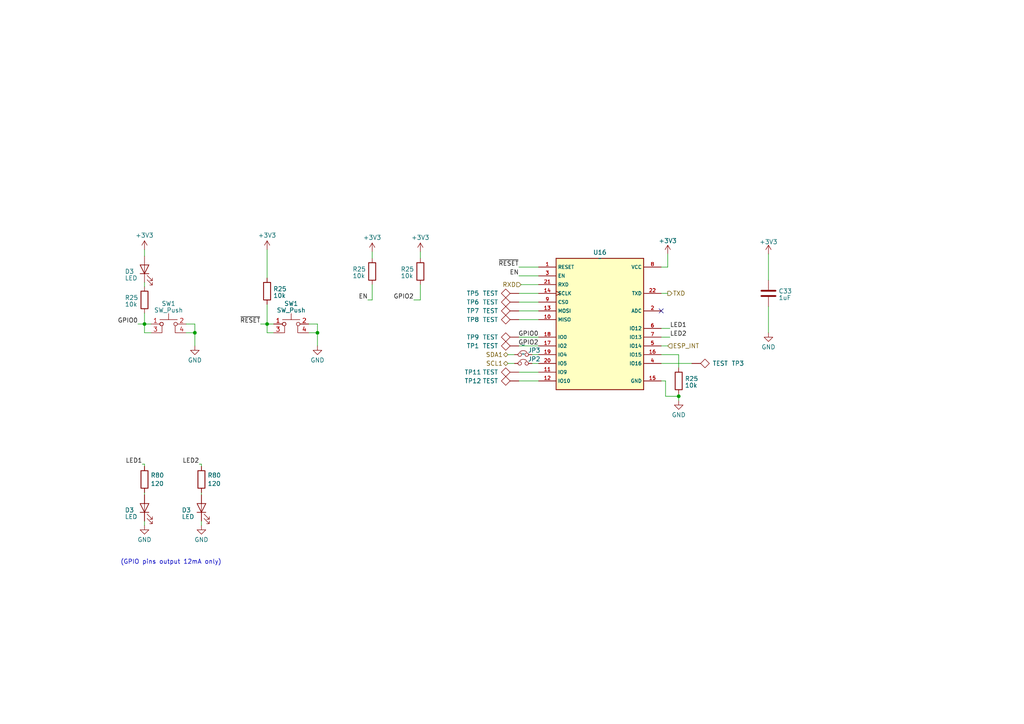
<source format=kicad_sch>
(kicad_sch (version 20230121) (generator eeschema)
  (paper "A4")
  (lib_symbols
    (symbol "0.power-symbols:+3.3V" (power) (pin_names (offset 0))
      (property "Value" "+3.3V" (at 0 3.556 0))
      (symbol "+3.3V_0_1"
        (polyline (pts (xy -0.762 1.27) (xy 0 2.54)))
        (polyline (pts (xy 0 0) (xy 0 2.54)))
        (polyline (pts (xy 0 2.54) (xy 0.762 1.27)))
      )
      (symbol "+3.3V_1_1"
        (pin power_in line (at 0 0 90) (length 0) hide (name "+3V3") (number "1"))
      )
    )
    (symbol "0.power-symbols:GND" (power) (pin_names (offset 0))
      (property "Value" "GND" (at 0 -3.81 0))
      (symbol "GND_0_1"
        (polyline (pts (xy 0 0) (xy 0 -1.27) (xy 1.27 -1.27) (xy 0 -2.54) (xy -1.27 -1.27) (xy 0 -1.27)))
      )
      (symbol "GND_1_1"
        (pin power_in line (at 0 0 270) (length 0) hide (name "GND") (number "1"))
      )
    )
    (symbol "1.semi.embedded:ESP8266"
      (property "Reference" "U" (at 0 0 0))
      (symbol "ESP8266_0_0"
        (rectangle (start -12.7 -38.1) (end 12.7 0) (stroke (width 0.254)) (fill (type background)))
        (pin input line (at -17.78 -2.54 0) (length 5.08) (name "RESET") (number "1"))
        (pin bidirectional line (at -17.78 -17.78 0) (length 5.08) (name "MISO") (number "10"))
        (pin bidirectional line (at -17.78 -33.02 0) (length 5.08) (name "IO9") (number "11"))
        (pin bidirectional line (at -17.78 -35.56 0) (length 5.08) (name "IO10") (number "12"))
        (pin bidirectional line (at -17.78 -15.24 0) (length 5.08) (name "MOSI") (number "13"))
        (pin input clock (at -17.78 -10.16 0) (length 5.08) (name "SCLK") (number "14"))
        (pin power_in line (at 17.78 -35.56 180) (length 5.08) (name "GND") (number "15"))
        (pin bidirectional line (at 17.78 -27.94 180) (length 5.08) (name "IO15") (number "16"))
        (pin bidirectional line (at -17.78 -25.4 0) (length 5.08) (name "IO2") (number "17"))
        (pin bidirectional line (at -17.78 -22.86 0) (length 5.08) (name "IO0") (number "18"))
        (pin bidirectional line (at -17.78 -27.94 0) (length 5.08) (name "IO4") (number "19"))
        (pin passive line (at 17.78 -15.24 180) (length 5.08) (name "ADC") (number "2"))
        (pin bidirectional line (at -17.78 -30.48 0) (length 5.08) (name "IO5") (number "20"))
        (pin input line (at -17.78 -7.62 0) (length 5.08) (name "RXD") (number "21"))
        (pin output line (at 17.78 -10.16 180) (length 5.08) (name "TXD") (number "22"))
        (pin input line (at -17.78 -5.08 0) (length 5.08) (name "EN") (number "3"))
        (pin bidirectional line (at 17.78 -30.48 180) (length 5.08) (name "IO16") (number "4"))
        (pin bidirectional line (at 17.78 -25.4 180) (length 5.08) (name "IO14") (number "5"))
        (pin bidirectional line (at 17.78 -20.32 180) (length 5.08) (name "IO12") (number "6"))
        (pin bidirectional line (at 17.78 -22.86 180) (length 5.08) (name "IO13") (number "7"))
        (pin power_in line (at 17.78 -2.54 180) (length 5.08) (name "VCC") (number "8"))
        (pin input line (at -17.78 -12.7 0) (length 5.08) (name "CS0") (number "9"))
      )
    )
    (symbol "1.semi.opto:LED" (pin_numbers hide) (pin_names (offset 1.016) hide)
      (property "Reference" "D" (at 0 2.54 0))
      (property "Value" "LED" (at 0 -2.54 0))
      (symbol "LED_0_1"
        (polyline (pts (xy -1.27 -1.27) (xy -1.27 1.27)) (stroke (width 0.2032)))
        (polyline (pts (xy -1.27 0) (xy 1.27 0)))
        (polyline (pts (xy 1.27 -1.27) (xy 1.27 1.27) (xy -1.27 0) (xy 1.27 -1.27)) (stroke (width 0.2032)))
        (polyline (pts (xy -3.048 -0.762) (xy -4.572 -2.286) (xy -3.81 -2.286) (xy -4.572 -2.286) (xy -4.572 -1.524)))
        (polyline (pts (xy -1.778 -0.762) (xy -3.302 -2.286) (xy -2.54 -2.286) (xy -3.302 -2.286) (xy -3.302 -1.524)))
      )
      (symbol "LED_1_1"
        (pin passive line (at -3.81 0 0) (length 2.54) (name "K") (number "1"))
        (pin passive line (at 3.81 0 180) (length 2.54) (name "A") (number "2"))
      )
    )
    (symbol "2.passive:C" (pin_numbers hide) (pin_names (offset 0.254))
      (property "Reference" "C" (at 0.635 2.54 0))
      (property "Value" "C" (at 0.635 -2.54 0))
      (symbol "C_0_1"
        (polyline (pts (xy -2.032 -0.762) (xy 2.032 -0.762)) (stroke (width 0.508)))
        (polyline (pts (xy -2.032 0.762) (xy 2.032 0.762)) (stroke (width 0.508)))
      )
      (symbol "C_1_1"
        (pin passive line (at 0 3.81 270) (length 2.794) (name "~") (number "1"))
        (pin passive line (at 0 -3.81 90) (length 2.794) (name "~") (number "2"))
      )
    )
    (symbol "2.passive:Jumper_NC_Small" (pin_numbers hide) (pin_names (offset 0.762) hide)
      (property "Reference" "JP" (at 0 2.032 0))
      (property "Value" "Jumper_NC_Small" (at 0.254 -1.524 0))
      (symbol "Jumper_NC_Small_0_1"
        (circle (center -1.016 0) (radius 0.508))
        (circle (center 1.016 0) (radius 0.508))
        (arc (start 1.016 0.762) (mid 0 1.1828) (end -1.016 0.762))
        (pin passive line (at -2.54 0 0) (length 1.016) (name "1") (number "1"))
        (pin passive line (at 2.54 0 180) (length 1.016) (name "2") (number "2"))
      )
    )
    (symbol "2.passive:R" (pin_numbers hide) (pin_names (offset 0))
      (property "Reference" "R" (at 2.032 0 90))
      (property "Value" "R" (at 0 0 90))
      (symbol "R_0_1"
        (rectangle (start -1.016 -2.54) (end 1.016 2.54) (stroke (width 0.254)))
      )
      (symbol "R_1_1"
        (pin passive line (at 0 3.81 270) (length 1.27) (name "~") (number "1"))
        (pin passive line (at 0 -3.81 90) (length 1.27) (name "~") (number "2"))
      )
    )
    (symbol "3.electromechanical.switch:SW_Push" (pin_names (offset 1.016) hide)
      (property "Reference" "SW" (at 1.27 2.54 0))
      (property "Value" "SW_Push" (at 0 -3.81 0))
      (symbol "SW_Push_0_1"
        (circle (center -2.032 0) (radius 0.508))
        (circle (center -2.032 0) (radius 0.508))
        (polyline (pts (xy 0 1.27) (xy 0 3.048)))
        (polyline (pts (xy 2.54 1.27) (xy -2.54 1.27)))
        (polyline (pts (xy -2.54 -2.54) (xy -1.905 -2.54) (xy -1.905 -0.635)))
        (polyline (pts (xy 2.54 -2.54) (xy 1.905 -2.54) (xy 1.905 -0.635)))
        (circle (center 2.032 0) (radius 0.508))
        (pin input line (at -5.08 0 0) (length 2.54) (name "1") (number "1"))
        (pin input line (at 5.08 0 180) (length 2.54) (name "2") (number "2"))
      )
      (symbol "SW_Push_1_1"
        (pin passive line (at -5.08 -2.54 0) (length 2.54) (name "3") (number "3"))
        (pin passive line (at 5.08 -2.54 180) (length 2.54) (name "4") (number "4"))
      )
    )
    (symbol "5.connector.interconnect:TEST" (pin_numbers hide) (pin_names (offset 1.016) hide)
      (property "Reference" "TP" (at 0 7.62 0))
      (property "Value" "TEST" (at 0 6.35 0))
      (symbol "TEST_0_1"
        (polyline (pts (xy 0 5.08) (xy -1.27 3.81) (xy 0 2.54) (xy 1.27 3.81) (xy 0 5.08) (xy 0 5.08)))
      )
      (symbol "TEST_1_1"
        (pin passive line (at 0 0 90) (length 2.54) (name "~") (number "1"))
      )
    )
  )
  (junction (at 41.91 93.98))
  (junction (at 77.47 93.98))
  (junction (at 92.075 96.52))
  (junction (at 196.85 114.935))
  (junction (at 56.515 96.52))
  (no_connect (at 191.77 90.17))
  (wire (pts (xy 77.47 96.52) (xy 77.47 93.98)))
  (wire (pts (xy 58.42 151.13) (xy 58.42 152.4)))
  (wire (pts (xy 150.495 97.79) (xy 156.21 97.79)))
  (wire (pts (xy 191.77 105.41) (xy 200.66 105.41)))
  (wire (pts (xy 41.91 93.98) (xy 43.815 93.98)))
  (wire (pts (xy 196.85 106.68) (xy 196.85 102.87)))
  (wire (pts (xy 56.515 93.98) (xy 53.975 93.98)))
  (wire (pts (xy 106.68 86.995) (xy 107.95 86.995)))
  (wire (pts (xy 196.85 116.205) (xy 196.85 114.935)))
  (wire (pts (xy 56.515 96.52) (xy 56.515 100.33)))
  (wire (pts (xy 89.535 96.52) (xy 92.075 96.52)))
  (wire (pts (xy 150.495 80.01) (xy 156.21 80.01)))
  (wire (pts (xy 41.91 96.52) (xy 41.91 93.98)))
  (wire (pts (xy 92.075 96.52) (xy 92.075 100.33)))
  (wire (pts (xy 121.92 82.55) (xy 121.92 86.995)))
  (wire (pts (xy 41.91 151.13) (xy 41.91 152.4)))
  (wire (pts (xy 196.85 114.935) (xy 193.04 114.935)))
  (wire (pts (xy 150.495 87.63) (xy 156.21 87.63)))
  (wire (pts (xy 222.885 88.9) (xy 222.885 96.52)))
  (wire (pts (xy 193.675 73.66) (xy 193.675 77.47)))
  (wire (pts (xy 58.42 135.255) (xy 58.42 134.62)))
  (wire (pts (xy 147.32 105.41) (xy 149.225 105.41)))
  (wire (pts (xy 150.495 110.49) (xy 156.21 110.49)))
  (wire (pts (xy 41.91 142.875) (xy 41.91 143.51)))
  (wire (pts (xy 121.92 73.025) (xy 121.92 74.93)))
  (wire (pts (xy 193.04 114.935) (xy 193.04 110.49)))
  (wire (pts (xy 222.885 73.66) (xy 222.885 81.28)))
  (wire (pts (xy 40.005 93.98) (xy 41.91 93.98)))
  (wire (pts (xy 194.31 97.79) (xy 191.77 97.79)))
  (wire (pts (xy 121.92 86.995) (xy 120.015 86.995)))
  (wire (pts (xy 150.495 92.71) (xy 156.21 92.71)))
  (wire (pts (xy 150.495 100.33) (xy 156.21 100.33)))
  (wire (pts (xy 193.04 110.49) (xy 191.77 110.49)))
  (wire (pts (xy 194.31 95.25) (xy 191.77 95.25)))
  (wire (pts (xy 41.91 81.915) (xy 41.91 83.185)))
  (wire (pts (xy 150.495 90.17) (xy 156.21 90.17)))
  (wire (pts (xy 150.495 85.09) (xy 156.21 85.09)))
  (wire (pts (xy 193.675 100.33) (xy 191.77 100.33)))
  (wire (pts (xy 151.13 82.55) (xy 156.21 82.55)))
  (wire (pts (xy 58.42 134.62) (xy 57.785 134.62)))
  (wire (pts (xy 77.47 72.39) (xy 77.47 80.645)))
  (wire (pts (xy 191.77 102.87) (xy 196.85 102.87)))
  (wire (pts (xy 92.075 93.98) (xy 89.535 93.98)))
  (wire (pts (xy 154.305 102.87) (xy 156.21 102.87)))
  (wire (pts (xy 150.495 77.47) (xy 156.21 77.47)))
  (wire (pts (xy 193.675 85.09) (xy 191.77 85.09)))
  (wire (pts (xy 193.675 77.47) (xy 191.77 77.47)))
  (wire (pts (xy 41.91 90.805) (xy 41.91 93.98)))
  (wire (pts (xy 41.91 134.62) (xy 41.275 134.62)))
  (wire (pts (xy 196.85 114.3) (xy 196.85 114.935)))
  (wire (pts (xy 77.47 96.52) (xy 79.375 96.52)))
  (wire (pts (xy 150.495 107.95) (xy 156.21 107.95)))
  (wire (pts (xy 147.32 102.87) (xy 149.225 102.87)))
  (wire (pts (xy 77.47 88.265) (xy 77.47 93.98)))
  (wire (pts (xy 92.075 96.52) (xy 92.075 93.98)))
  (wire (pts (xy 58.42 142.875) (xy 58.42 143.51)))
  (wire (pts (xy 77.47 93.98) (xy 79.375 93.98)))
  (wire (pts (xy 154.305 105.41) (xy 156.21 105.41)))
  (wire (pts (xy 75.565 93.98) (xy 77.47 93.98)))
  (wire (pts (xy 56.515 96.52) (xy 56.515 93.98)))
  (wire (pts (xy 41.91 72.39) (xy 41.91 74.295)))
  (wire (pts (xy 107.95 73.025) (xy 107.95 74.93)))
  (wire (pts (xy 41.91 135.255) (xy 41.91 134.62)))
  (wire (pts (xy 53.975 96.52) (xy 56.515 96.52)))
  (wire (pts (xy 43.815 96.52) (xy 41.91 96.52)))
  (wire (pts (xy 107.95 82.55) (xy 107.95 86.995)))
  (text "(GPIO pins output 12mA only)\n" (at 34.925 163.83 0) (effects (font (size 1.27 1.27)) (justify left bottom)))
  (label "LED2" (at 57.785 134.62 180))
  (label "LED1" (at 41.275 134.62 180))
  (label "EN" (at 150.495 80.01 180))
  (label "LED2" (at 194.31 97.79 0))
  (label "LED1" (at 194.31 95.25 0))
  (label "GPIO0" (at 156.21 97.79 180))
  (label "~{RESET}" (at 150.495 77.47 180))
  (label "~{RESET}" (at 75.565 93.98 180))
  (label "EN" (at 106.68 86.995 180))
  (label "GPIO0" (at 40.005 93.98 180))
  (label "GPIO2" (at 156.21 100.33 180))
  (label "GPIO2" (at 120.015 86.995 180))
  (hierarchical_label "RXD" (shape input) (at 151.13 82.55 180))
  (hierarchical_label "SCL1" (shape bidirectional) (at 147.32 105.41 180))
  (hierarchical_label "TXD" (shape output) (at 193.675 85.09 0))
  (hierarchical_label "SDA1" (shape bidirectional) (at 147.32 102.87 180))
  (hierarchical_label "ESP_INT" (shape input) (at 193.675 100.33 0))
  (symbol (lib_id "0.power-symbols:+3.3V") (at 107.95 73.025 0) (unit 1)
    (property "Reference" "#PWR0105" (effects hide))
    (property "Value" "+3.3V" (at 107.95 68.8919 0))
  )
  (symbol (lib_id "0.power-symbols:GND") (at 222.885 96.52 0) (unit 1)
    (property "Reference" "#PWR083" (effects hide))
    (property "Value" "GND" (at 222.885 100.6555 0))
    (instances (project "eOPRA_interface" (path "" (reference "#PWR083") (unit 1)) (path "" (reference "#PWR087") (unit 1))))
  )
  (symbol (lib_id "5.connector.interconnect:TEST") (at 150.495 100.33 90) (unit 1)
    (property "Reference" "TP1" (at 137.16 100.33 90))
    (property "Value" "TEST" (at 142.24 100.33 90))
    (property "Footprint" "0_misc:test_point_1.0mm_square" (effects hide))
  )
  (symbol (lib_id "2.passive:R") (at 58.42 139.065 180) (unit 1)
    (property "Reference" "R80" (at 60.198 137.8529 0) (effects (justify right)))
    (property "Value" "120" (at 60.198 140.2771 0) (effects (justify right)))
    (property "Footprint" "2_Passives_Resistors_SMD_IPC:R_1005_402_A" (effects hide))
    (property "PN" "1,8" (effects hide))
    (instances (project "eOPRA_interface" (path "" (reference "R80") (unit 1)) (path "" (reference "R84") (unit 1))))
  )
  (symbol (lib_id "1.semi.opto:LED") (at 58.42 147.32 90) (unit 1)
    (property "Reference" "D3" (at 52.705 147.955 90) (effects (justify right)))
    (property "Value" "LED" (at 52.705 149.876 90) (effects (justify right)))
    (property "Footprint" "1_Semi_Discrete_Diodes_SMD:D_0603" (effects hide))
    (property "PN" "3,3" (effects hide))
    (instances (project "eOPRA_interface" (path "" (reference "D3") (unit 1)) (path "" (reference "D11") (unit 1))))
  )
  (symbol (lib_id "2.passive:Jumper_NC_Small") (at 151.765 105.41 0) (unit 1)
    (property "Reference" "JP2" (at 154.94 104.14 0))
    (property "Value" "~" (at 151.765 102.6341 0))
    (property "Footprint" "0_misc:SolderJumper-2_P1.3mm_Bridged_RoundedPad1.0x1.5mm" (effects hide))
  )
  (symbol (lib_id "3.electromechanical.switch:SW_Push") (at 48.895 93.98 0) (unit 1)
    (property "Reference" "SW1" (at 48.895 88.0491 0))
    (property "Value" "SW_Push" (at 48.895 89.9701 0))
    (property "Footprint" "project_footprints:TL3365AF180QG" (effects hide))
    (property "PN" "9,4" (effects hide))
    (instances (project "eOPRA_interface" (path "" (reference "SW1") (unit 1)) (path "" (reference "SW4") (unit 1)) (path "" (reference "SW3") (unit 1)) (path "" (reference "SW2") (unit 1)) (path "" (reference "SW1") (unit 1))))
  )
  (symbol (lib_id "0.power-symbols:+3.3V") (at 121.92 73.025 0) (unit 1)
    (property "Reference" "#PWR089" (effects hide))
    (property "Value" "+3.3V" (at 121.92 68.8919 0))
  )
  (symbol (lib_id "0.power-symbols:+3.3V") (at 41.91 72.39 0) (unit 1)
    (property "Reference" "#PWR091" (effects hide))
    (property "Value" "+3.3V" (at 41.91 68.2569 0))
  )
  (symbol (lib_id "2.passive:R") (at 107.95 78.74 0) (unit 1)
    (property "Reference" "R25" (at 102.235 78.089 0) (effects (justify left)))
    (property "Value" "10k" (at 102.235 80.01 0) (effects (justify left)))
    (property "Footprint" "2_Passives_Resistors_SMD_IPC:R_1608_603_B" (effects hide))
    (property "PN" "1,2" (effects hide))
    (instances (project "eOPRA_interface" (path "" (reference "R25") (unit 1)) (path "" (reference "R83") (unit 1))))
  )
  (symbol (lib_id "1.semi.opto:LED") (at 41.91 78.105 90) (unit 1)
    (property "Reference" "D3" (at 36.195 78.74 90) (effects (justify right)))
    (property "Value" "LED" (at 36.195 80.661 90) (effects (justify right)))
    (property "Footprint" "1_Semi_Discrete_Diodes_SMD:D_0603" (effects hide))
    (property "PN" "3,3" (effects hide))
    (instances (project "eOPRA_interface" (path "" (reference "D3") (unit 1)) (path "" (reference "D6") (unit 1))))
  )
  (symbol (lib_id "5.connector.interconnect:TEST") (at 150.495 87.63 90) (unit 1)
    (property "Reference" "TP6" (at 137.16 87.63 90))
    (property "Value" "TEST" (at 142.24 87.63 90))
    (property "Footprint" "0_misc:test_point_1.0mm_square" (effects hide))
  )
  (symbol (lib_id "0.power-symbols:+3.3V") (at 222.885 73.66 0) (unit 1)
    (property "Reference" "#PWR082" (effects hide))
    (property "Value" "+3.3V" (at 222.885 70.1581 0))
    (instances (project "eOPRA_interface" (path "" (reference "#PWR082") (unit 1)) (path "" (reference "#PWR086") (unit 1))))
  )
  (symbol (lib_id "0.power-symbols:GND") (at 92.075 100.33 0) (unit 1)
    (property "Reference" "#PWR021" (effects hide))
    (property "Value" "GND" (at 92.075 104.4655 0))
    (instances (project "eOPRA_interface" (path "" (reference "#PWR021") (unit 1)) (path "" (reference "#PWR096") (unit 1))))
  )
  (symbol (lib_id "5.connector.interconnect:TEST") (at 150.495 107.95 90) (unit 1)
    (property "Reference" "TP11" (at 137.16 107.95 90))
    (property "Value" "TEST" (at 142.24 107.95 90))
    (property "Footprint" "0_misc:test_point_1.0mm_square" (effects hide))
  )
  (symbol (lib_id "0.power-symbols:GND") (at 56.515 100.33 0) (unit 1)
    (property "Reference" "#PWR021" (effects hide))
    (property "Value" "GND" (at 56.515 104.4655 0))
    (instances (project "eOPRA_interface" (path "" (reference "#PWR021") (unit 1)) (path "" (reference "#PWR088") (unit 1))))
  )
  (symbol (lib_id "1.semi.opto:LED") (at 41.91 147.32 90) (unit 1)
    (property "Reference" "D3" (at 36.195 147.955 90) (effects (justify right)))
    (property "Value" "LED" (at 36.195 149.876 90) (effects (justify right)))
    (property "Footprint" "1_Semi_Discrete_Diodes_SMD:D_0603" (effects hide))
    (property "PN" "3,3" (effects hide))
    (instances (project "eOPRA_interface" (path "" (reference "D3") (unit 1)) (path "" (reference "D12") (unit 1))))
  )
  (symbol (lib_id "3.electromechanical.switch:SW_Push") (at 84.455 93.98 0) (unit 1)
    (property "Reference" "SW1" (at 84.455 88.0491 0))
    (property "Value" "SW_Push" (at 84.455 89.9701 0))
    (property "Footprint" "project_footprints:TL3365AF180QG" (effects hide))
    (property "PN" "9,4" (effects hide))
    (instances (project "eOPRA_interface" (path "" (reference "SW1") (unit 1)) (path "" (reference "SW4") (unit 1)) (path "" (reference "SW3") (unit 1)) (path "" (reference "SW2") (unit 1)) (path "" (reference "SW5") (unit 1))))
  )
  (symbol (lib_id "2.passive:R") (at 196.85 110.49 0) (unit 1)
    (property "Reference" "R25" (at 198.628 109.8463 0) (effects (justify left)))
    (property "Value" "10k" (at 198.628 111.7673 0) (effects (justify left)))
    (property "Footprint" "2_Passives_Resistors_SMD_IPC:R_1608_603_B" (effects hide))
    (property "PN" "1,2" (effects hide))
    (instances (project "eOPRA_interface" (path "" (reference "R25") (unit 1)) (path "" (reference "R82") (unit 1))))
  )
  (symbol (lib_id "2.passive:Jumper_NC_Small") (at 151.765 102.87 0) (unit 1)
    (property "Reference" "JP3" (at 154.94 101.6 0))
    (property "Value" "~" (at 151.765 100.0941 0))
    (property "Footprint" "0_misc:SolderJumper-2_P1.3mm_Bridged_RoundedPad1.0x1.5mm" (effects hide))
  )
  (symbol (lib_id "2.passive:R") (at 77.47 84.455 0) (unit 1)
    (property "Reference" "R25" (at 79.248 83.8113 0) (effects (justify left)))
    (property "Value" "10k" (at 79.248 85.7323 0) (effects (justify left)))
    (property "Footprint" "2_Passives_Resistors_SMD_IPC:R_1608_603_B" (effects hide))
    (property "PN" "1,2" (effects hide))
    (instances (project "eOPRA_interface" (path "" (reference "R25") (unit 1)) (path "" (reference "R22") (unit 1))))
  )
  (symbol (lib_id "5.connector.interconnect:TEST") (at 150.495 92.71 90) (unit 1)
    (property "Reference" "TP8" (at 137.16 92.71 90))
    (property "Value" "TEST" (at 142.24 92.71 90))
    (property "Footprint" "0_misc:test_point_1.0mm_square" (effects hide))
  )
  (symbol (lib_id "2.passive:R") (at 41.91 86.995 0) (unit 1)
    (property "Reference" "R25" (at 36.195 86.344 0) (effects (justify left)))
    (property "Value" "10k" (at 36.195 88.265 0) (effects (justify left)))
    (property "Footprint" "2_Passives_Resistors_SMD_IPC:R_1608_603_B" (effects hide))
    (property "PN" "1,2" (effects hide))
    (instances (project "eOPRA_interface" (path "" (reference "R25") (unit 1)) (path "" (reference "R14") (unit 1))))
  )
  (symbol (lib_id "5.connector.interconnect:TEST") (at 150.495 85.09 90) (unit 1)
    (property "Reference" "TP5" (at 137.16 85.09 90))
    (property "Value" "TEST" (at 142.24 85.09 90))
    (property "Footprint" "0_misc:test_point_1.0mm_square" (effects hide))
  )
  (symbol (lib_id "0.power-symbols:+3.3V") (at 193.675 73.66 0) (unit 1)
    (property "Reference" "#PWR084" (effects hide))
    (property "Value" "+3.3V" (at 193.675 69.85 0))
  )
  (symbol (lib_id "2.passive:R") (at 121.92 78.74 0) (unit 1)
    (property "Reference" "R25" (at 116.205 78.089 0) (effects (justify left)))
    (property "Value" "10k" (at 116.205 80.01 0) (effects (justify left)))
    (property "Footprint" "2_Passives_Resistors_SMD_IPC:R_1608_603_B" (effects hide))
    (property "PN" "1,2" (effects hide))
    (instances (project "eOPRA_interface" (path "" (reference "R25") (unit 1)) (path "" (reference "R20") (unit 1))))
  )
  (symbol (lib_id "5.connector.interconnect:TEST") (at 150.495 97.79 90) (unit 1)
    (property "Reference" "TP9" (at 137.16 97.79 90))
    (property "Value" "TEST" (at 142.24 97.79 90))
    (property "Footprint" "0_misc:test_point_1.0mm_square" (effects hide))
  )
  (symbol (lib_id "5.connector.interconnect:TEST") (at 200.66 105.41 270) (unit 1)
    (property "Reference" "TP3" (at 213.995 105.41 90))
    (property "Value" "TEST" (at 208.915 105.41 90))
    (property "Footprint" "0_misc:test_point_1.0mm_square" (effects hide))
  )
  (symbol (lib_id "1.semi.embedded:ESP8266") (at 173.99 74.93 0) (unit 1)
    (property "Reference" "U16" (at 173.99 73.2099 0))
    (property "Value" "~" (at 173.99 74.93 0))
    (property "Footprint" "project_footprints:ESP8266-12E_ESP-12E" (effects hide))
    (property "PN" "5,4" (effects hide))
  )
  (symbol (lib_id "0.power-symbols:+3.3V") (at 77.47 72.39 0) (unit 1)
    (property "Reference" "#PWR0104" (effects hide))
    (property "Value" "+3.3V" (at 77.47 68.2569 0))
  )
  (symbol (lib_id "0.power-symbols:GND") (at 41.91 152.4 0) (unit 1)
    (property "Reference" "#PWR03" (effects hide))
    (property "Value" "GND" (at 41.91 156.5355 0))
    (instances (project "eOPRA_interface" (path "" (reference "#PWR03") (unit 1)) (path "" (reference "#PWR0112") (unit 1))))
  )
  (symbol (lib_id "5.connector.interconnect:TEST") (at 150.495 110.49 90) (unit 1)
    (property "Reference" "TP12" (at 137.16 110.49 90))
    (property "Value" "TEST" (at 142.24 110.49 90))
    (property "Footprint" "0_misc:test_point_1.0mm_square" (effects hide))
  )
  (symbol (lib_id "2.passive:R") (at 41.91 139.065 180) (unit 1)
    (property "Reference" "R80" (at 43.688 137.8529 0) (effects (justify right)))
    (property "Value" "120" (at 43.688 140.2771 0) (effects (justify right)))
    (property "Footprint" "2_Passives_Resistors_SMD_IPC:R_1005_402_A" (effects hide))
    (property "PN" "1,8" (effects hide))
    (instances (project "eOPRA_interface" (path "" (reference "R80") (unit 1)) (path "" (reference "R86") (unit 1))))
  )
  (symbol (lib_id "0.power-symbols:GND") (at 196.85 116.205 0) (unit 1)
    (property "Reference" "#PWR085" (effects hide))
    (property "Value" "GND" (at 196.85 120.3381 0))
  )
  (symbol (lib_id "2.passive:C") (at 222.885 85.09 0) (unit 1)
    (property "Reference" "C33" (at 225.806 84.4463 0) (effects (justify left)))
    (property "Value" "1uF" (at 225.806 86.3673 0) (effects (justify left)))
    (property "Footprint" "2_Passives_Capacitors_SMD_IPC:C_1005_402_A" (effects hide))
    (property "PN" "2,2" (effects hide))
    (instances (project "eOPRA_interface" (path "" (reference "C33") (unit 1)) (path "" (reference "C34") (unit 1))))
  )
  (symbol (lib_id "5.connector.interconnect:TEST") (at 150.495 90.17 90) (unit 1)
    (property "Reference" "TP7" (at 137.16 90.17 90))
    (property "Value" "TEST" (at 142.24 90.17 90))
    (property "Footprint" "0_misc:test_point_1.0mm_square" (effects hide))
  )
  (symbol (lib_id "0.power-symbols:GND") (at 58.42 152.4 0) (unit 1)
    (property "Reference" "#PWR03" (effects hide))
    (property "Value" "GND" (at 58.42 156.5355 0))
    (instances (project "eOPRA_interface" (path "" (reference "#PWR03") (unit 1)) (path "" (reference "#PWR0106") (unit 1))))
  )
)
</source>
